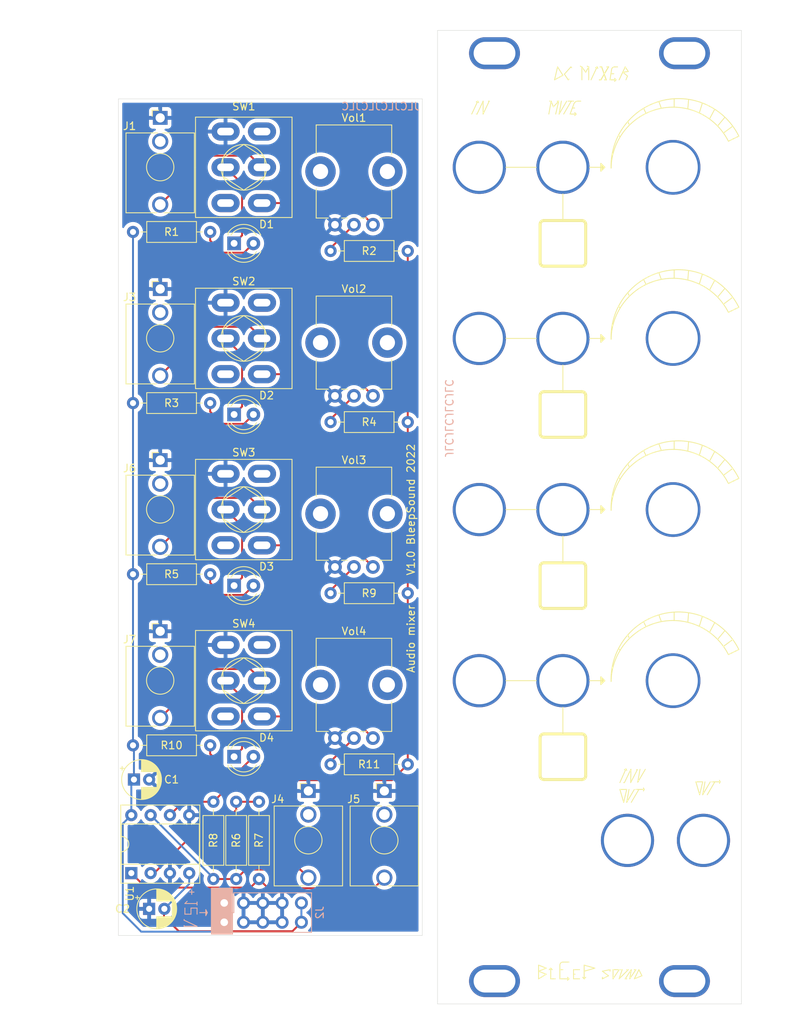
<source format=kicad_pcb>
(kicad_pcb (version 20211014) (generator pcbnew)
  (layers (0 "F.Cu" signal) (31 "B.Cu" signal) (34 "B.Paste" user) (35 "F.Paste" user) (36 "B.SilkS" user "B.Silkscreen") (37 "F.SilkS" user "F.Silkscreen") (38 "B.Mask" user) (39 "F.Mask" user) (44 "Edge.Cuts" user))
  (net 0 "")
  (net 1 "GND")
  (net 2 "+12V")
  (net 3 "-12V")
  (net 4 "Net-(D3-Pad1)")
  (net 5 "Net-(D3-Pad2)")
  (net 6 "Net-(J4-PadT)")
  (net 7 "Net-(J7-PadT)")
  (net 9 "Net-(R11-Pad1)")
  (net 10 "Net-(R2-Pad2)")
  (net 11 "Net-(R4-Pad2)")
  (net 13 "Net-(R6-Pad1)")
  (net 14 "Net-(R9-Pad2)")
  (net 15 "Net-(R11-Pad2)")
  (net 16 "Net-(D1-Pad1)")
  (net 17 "Net-(D1-Pad2)")
  (net 18 "Net-(D2-Pad1)")
  (net 19 "Net-(D2-Pad2)")
  (net 20 "Net-(D4-Pad1)")
  (net 21 "Net-(J1-PadT)")
  (net 22 "Net-(J3-PadT)")
  (net 23 "Net-(J5-PadT)")
  (net 25 "Net-(J6-PadT)")
  (net 28 "Net-(D4-Pad2)")
  (net 31 "Net-(SW1-Pad6)")
  (net 35 "Net-(SW2-Pad6)")
  (net 38 "Net-(SW3-Pad6)")
  (net 41 "Net-(SW4-Pad6)")
  (footprint "Synth:Pot-bourns-alpha" (layer "F.Cu") (at 63.5 92.55 90)
    (fp_text reference "Vol3")
    (fp_text value "10k")
  )
  (footprint "Synth:Pot-bourns-alpha" (layer "F.Cu") (at 63.5 115.05 90)
    (fp_text reference "Vol4")
    (fp_text value "10k")
  )
  (footprint "Capacitor_THT:CP_Radial_D5.0mm_P2.00mm" (layer "F.Cu") (at 32.044888 120.5)
    (fp_text reference "C1")
    (fp_text value "10µ")
  )
  (footprint "Synth:SW_DPDT_Toggle" (layer "F.Cu") (at 46.5 107.5 90)
    (fp_text reference "SW4")
    (fp_text value "Mute")
  )
  (footprint "Resistor_THT:R_Axial_DIN0207_L6.3mm_D2.5mm_P10.16mm_Horizontal" (layer "F.Cu") (at 42.5 133.58 90)
    (fp_text reference "R8")
    (fp_text value "100k")
  )
  (footprint "LED_THT:LED_D4.0mm" (layer "F.Cu") (at 45.225 72.5)
    (fp_text reference "D2")
    (fp_text value "LED-mute")
  )
  (footprint "Resistor_THT:R_Axial_DIN0207_L6.3mm_D2.5mm_P10.16mm_Horizontal" (layer "F.Cu") (at 68.08 118.5 180)
    (fp_text reference "R11")
    (fp_text value "100k")
  )
  (footprint "Resistor_THT:R_Axial_DIN0207_L6.3mm_D2.5mm_P10.16mm_Horizontal" (layer "F.Cu") (at 68.08 96 180)
    (fp_text reference "R9")
    (fp_text value "100k")
  )
  (footprint "Synth:Pot-bourns-alpha" (layer "F.Cu") (at 63.5 70.05 90)
    (fp_text reference "Vol2")
    (fp_text value "10k")
  )
  (footprint "Synth:Doepfer Mounting hole" (layer "F.Cu") (at 79.5 147)
    (fp_text reference "H1" hide)
    (fp_text value "MountingHole")
  )
  (footprint "Resistor_THT:R_Axial_DIN0207_L6.3mm_D2.5mm_P10.16mm_Horizontal" (layer "F.Cu") (at 31.92 48.5)
    (fp_text reference "R1")
    (fp_text value "4.7k")
  )
  (footprint "Synth:Doepfer Mounting hole" (layer "F.Cu") (at 79.5 25)
    (fp_text reference "H4" hide)
    (fp_text value "MountingHole")
  )
  (footprint "Resistor_THT:R_Axial_DIN0207_L6.3mm_D2.5mm_P10.16mm_Horizontal" (layer "F.Cu") (at 31.92 116)
    (fp_text reference "R10")
    (fp_text value "4.7k")
  )
  (footprint "LED_THT:LED_D4.0mm" (layer "F.Cu") (at 45.225 95)
    (fp_text reference "D3")
    (fp_text value "LED-mute")
  )
  (footprint "Synth:Thonkiconn" (layer "F.Cu") (at 55 122)
    (fp_text reference "J4")
    (fp_text value "InvOut")
  )
  (footprint "Resistor_THT:R_Axial_DIN0207_L6.3mm_D2.5mm_P10.16mm_Horizontal" (layer "F.Cu") (at 31.92 71)
    (fp_text reference "R3")
    (fp_text value "4.7k")
  )
  (footprint "Synth:Thonkiconn" (layer "F.Cu") (at 35.5 101)
    (fp_text reference "J7")
    (fp_text value "In")
  )
  (footprint "Resistor_THT:R_Axial_DIN0207_L6.3mm_D2.5mm_P10.16mm_Horizontal" (layer "F.Cu") (at 48.5 133.58 90)
    (fp_text reference "R7")
    (fp_text value "10k")
  )
  (footprint "Synth:SW_DPDT_Toggle" (layer "F.Cu") (at 46.5 40 90)
    (fp_text reference "SW1")
    (fp_text value "Mute")
  )
  (footprint "Synth:Pot-bourns-alpha" (layer "F.Cu") (at 63.5 47.55 90)
    (fp_text reference "Vol1")
    (fp_text value "10k")
  )
  (footprint "Resistor_THT:R_Axial_DIN0207_L6.3mm_D2.5mm_P10.16mm_Horizontal" (layer "F.Cu") (at 31.92 93.5)
    (fp_text reference "R5")
    (fp_text value "4.7k")
  )
  (footprint "LED_THT:LED_D4.0mm" (layer "F.Cu") (at 45.225 117.5)
    (fp_text reference "D4")
    (fp_text value "LED-mute")
  )
  (footprint "Synth:Doepfer Mounting hole" (layer "F.Cu") (at 104.5 147)
    (fp_text reference "H3" hide)
    (fp_text value "MountingHole")
  )
  (footprint "Resistor_THT:R_Axial_DIN0207_L6.3mm_D2.5mm_P10.16mm_Horizontal" (layer "F.Cu") (at 68.08 73.5 180)
    (fp_text reference "R4")
    (fp_text value "100k")
  )
  (footprint "Resistor_THT:R_Axial_DIN0207_L6.3mm_D2.5mm_P10.16mm_Horizontal" (layer "F.Cu") (at 68.08 51 180)
    (fp_text reference "R2")
    (fp_text value "100k")
  )
  (footprint "Synth:Thonkiconn" (layer "F.Cu") (at 35.5 56)
    (fp_text reference "J3")
    (fp_text value "In")
  )
  (footprint "Synth:SW_DPDT_Toggle" (layer "F.Cu") (at 46.5 85 90)
    (fp_text reference "SW3")
    (fp_text value "Mute")
  )
  (footprint "Synth:SW_DPDT_Toggle" (layer "F.Cu") (at 46.5 62.5 90)
    (fp_text reference "SW2")
    (fp_text value "Mute")
  )
  (footprint "Synth:Thonkiconn" (layer "F.Cu") (at 35.5 33.5)
    (fp_text reference "J1")
    (fp_text value "In")
  )
  (footprint "Resistor_THT:R_Axial_DIN0207_L6.3mm_D2.5mm_P10.16mm_Horizontal" (layer "F.Cu") (at 45.5 123.42 -90)
    (fp_text reference "R6")
    (fp_text value "10k")
  )
  (footprint "LED_THT:LED_D4.0mm" (layer "F.Cu") (at 45.225 50)
    (fp_text reference "D1")
    (fp_text value "LED-mute")
  )
  (footprint "Synth:Doepfer Mounting hole" (layer "F.Cu") (at 104.5 25)
    (fp_text reference "H2" hide)
    (fp_text value "MountingHole")
  )
  (footprint "Capacitor_THT:CP_Radial_D5.0mm_P2.00mm" (layer "F.Cu") (at 34.044888 137.5)
    (fp_text reference "C2")
    (fp_text value "10µ")
  )
  (footprint "Synth:Thonkiconn" (layer "F.Cu") (at 35.5 78.5)
    (fp_text reference "J6")
    (fp_text value "In")
  )
  (footprint "Package_DIP:DIP-8_W7.62mm_Socket" (layer "F.Cu") (at 31.7 132.8 90)
    (fp_text reference "U1")
    (fp_text value "TL072")
  )
  (footprint "Synth:Thonkiconn" (layer "F.Cu") (at 65 122)
    (fp_text reference "J5")
    (fp_text value "Out")
  )
  (footprint "Connector_PinHeader_2.54mm:PinHeader_2x05_P2.54mm_Vertical" (layer "B.Cu") (at 43.925 136.725 -90)
    (fp_text reference "J2")
    (fp_text value "Power Input")
  )
  (gr_line (start 38.65 139.8) (end 40.35 139.8) (layer "B.SilkS") (width 0.12))
  (gr_line (start 40.35 138.2) (end 40.35 137.4) (layer "B.SilkS") (width 0.12))
  (gr_line (start 39.55 138.2) (end 38.75 138.2) (layer "B.SilkS") (width 0.12))
  (gr_line (start 40.35 139.8) (end 38.65 139) (layer "B.SilkS") (width 0.12))
  (gr_line (start 38.75 138.2) (end 38.75 137.4) (layer "B.SilkS") (width 0.12))
  (gr_line (start 40.35 136.8) (end 40.35 136.6) (layer "B.SilkS") (width 0.12))
  (gr_line (start 39.55 137.4) (end 39.55 138.2) (layer "B.SilkS") (width 0.12))
  (gr_line (start 39.65 135.6) (end 39.65 135) (layer "B.SilkS") (width 0.12))
  (gr_line (start 38.65 139.7) (end 38.65 139.8) (layer "B.SilkS") (width 0.12))
  (gr_poly (pts (xy 41.7 138) (xy 41.5 137.6) (xy 41.5 138.4)) (layer "B.SilkS") (width 0.12) (fill solid))
  (gr_line (start 40.35 137.4) (end 39.55 137.4) (layer "B.SilkS") (width 0.12))
  (gr_line (start 38.75 136.8) (end 39.05 136.5) (layer "B.SilkS") (width 0.12))
  (gr_line (start 38.65 138.9) (end 38.65 139) (layer "B.SilkS") (width 0.12))
  (gr_line (start 39.95 135.3) (end 39.35 135.3) (layer "B.SilkS") (width 0.12))
  (gr_line (start 40.7 138) (end 41.7 138) (layer "B.SilkS") (width 0.12))
  (gr_poly (pts (xy 45 134.8) (xy 45 140.8) (xy 42.25 140.8) (xy 42.25 134.8)) (layer "B.SilkS") (width 0.15) (fill solid))
  (gr_line (start 40.35 136.8) (end 38.75 136.8) (layer "B.SilkS") (width 0.12))
  (gr_line (start 40.35 137) (end 40.35 136.8) (layer "B.SilkS") (width 0.12))
  (gr_line (start 86.9 145.3) (end 86.9 146.7) (layer "F.SilkS") (width 0.12))
  (gr_line (start 88.1 146.7) (end 89.3 146.7) (layer "F.SilkS") (width 0.12))
  (gr_line (start 85.3 146.7) (end 86.3 146.1) (layer "F.SilkS") (width 0.12))
  (gr_line (start 86.3 146.1) (end 85.3 145.7) (layer "F.SilkS") (width 0.12))
  (gr_line (start 86.9 146.7) (end 87.5 146.7) (layer "F.SilkS") (width 0.12))
  (gr_line (start 88.5 144.5) (end 89.3 144.5) (layer "F.SilkS") (width 0.12))
  (gr_line (start 89.9 146.7) (end 90.7 146.7) (layer "F.SilkS") (width 0.12))
  (gr_line (start 91.3 144.9) (end 92.7 145.3) (layer "F.SilkS") (width 0.12))
  (gr_line (start 88.1 144.9) (end 88.1 146.7) (layer "F.SilkS") (width 0.12))
  (gr_line (start 88.1 145.5) (end 88.5 145.5) (layer "F.SilkS") (width 0.12))
  (gr_line (start 89.9 145.5) (end 89.9 146.7) (layer "F.SilkS") (width 0.12))
  (gr_line (start 91.1 146.5) (end 91.3 146.7) (layer "F.SilkS") (width 0.12))
  (gr_line (start 89.9 145.5) (end 90.7 145.5) (layer "F.SilkS") (width 0.12))
  (gr_line (start 91.3 146.7) (end 91.3 146.5) (layer "F.SilkS") (width 0.12))
  (gr_line (start 91.3 144.9) (end 91.3 146.7) (layer "F.SilkS") (width 0.12))
  (gr_line (start 92.7 145.3) (end 91.3 145.7) (layer "F.SilkS") (width 0.12))
  (gr_line (start 89.9 146.1) (end 90.1 146.1) (layer "F.SilkS") (width 0.12))
  (gr_line (start 85.3 145.7) (end 86.3 145.3) (layer "F.SilkS") (width 0.12))
  (gr_line (start 91.3 146.7) (end 91.5 146.5) (layer "F.SilkS") (width 0.12))
  (gr_line (start 85.3 144.9) (end 85.3 146.7) (layer "F.SilkS") (width 0.12))
  (gr_line (start 86.3 145.3) (end 85.3 144.9) (layer "F.SilkS") (width 0.12))
  (gr_line (start 98.1 145.5) (end 97.9 145.5) (layer "F.SilkS") (width 0.12))
  (gr_line (start 93.7 146.7) (end 93.7 146.5) (layer "F.SilkS") (width 0.12))
  (gr_line (start 95.1 145.5) (end 95.1 146.7) (layer "F.SilkS") (width 0.12))
  (gr_line (start 96.3 145.5) (end 95.9 146.7) (layer "F.SilkS") (width 0.12))
  (gr_line (start 95.9 146.7) (end 97.1 145.5) (layer "F.SilkS") (width 0.12))
  (gr_line (start 98.5 145.5) (end 97.9 146.7) (layer "F.SilkS") (width 0.12))
  (gr_line (start 98.5 145.5) (end 98.9 146.3) (layer "F.SilkS") (width 0.12))
  (gr_line (start 94.7 145.5) (end 94.7 145.7) (layer "F.SilkS") (width 0.12))
  (gr_line (start 86.9 145.3) (end 86.7 145.5) (layer "F.SilkS") (width 0.12))
  (gr_line (start 86.9 145.3) (end 87.1 145.5) (layer "F.SilkS") (width 0.12))
  (gr_line (start 97.5 145.5) (end 97.3 146.7) (layer "F.SilkS") (width 0.12))
  (gr_arc (start 88.1 144.9) (mid 88.217157 144.617157) (end 88.5 144.5) (layer "F.SilkS") (width 0.12))
  (gr_line (start 94.5 146.3) (end 93.7 146.7) (layer "F.SilkS") (width 0.12))
  (gr_line (start 89.3 146.7) (end 89.1 146.5) (layer "F.SilkS") (width 0.12))
  (gr_line (start 89.3 146.7) (end 89.1 146.9) (layer "F.SilkS") (width 0.12))
  (gr_line (start 93.7 145.7) (end 94.5 146.3) (layer "F.SilkS") (width 0.12))
  (gr_line (start 95.9 145.5) (end 95.1 145.5) (layer "F.SilkS") (width 0.12))
  (gr_line (start 97.3 146.7) (end 98.1 145.5) (layer "F.SilkS") (width 0.12))
  (gr_line (start 97.5 145.5) (end 96.7 146.7) (layer "F.SilkS") (width 0.12))
  (gr_line (start 96.3 145.5) (end 96.1 145.5) (layer "F.SilkS") (width 0.12))
  (gr_line (start 96.7 146.7) (end 96.9 146.7) (layer "F.SilkS") (width 0.12))
  (gr_line (start 97.1 145.5) (end 96.9 145.5) (layer "F.SilkS") (width 0.12))
  (gr_line (start 95.1 146.7) (end 95.9 145.5) (layer "F.SilkS") (width 0.12))
  (gr_line (start 97.9 146.7) (end 98.9 146.3) (layer "F.SilkS") (width 0.12))
  (gr_line (start 94.7 145.5) (end 93.7 145.7) (layer "F.SilkS") (width 0.12))
  (gr_line (start 88.5 43.5) (end 88.5 47) (layer "F.SilkS") (width 0.12))
  (gr_line (start 108.1 120.8) (end 108.8 120.8) (layer "F.SilkS") (width 0.12))
  (gr_line (start 106.5 122.5) (end 106 120.8) (layer "F.SilkS") (width 0.12))
  (gr_line (start 106 120.8) (end 106.9 120.8) (layer "F.SilkS") (width 0.12))
  (gr_line (start 107.2 120.8) (end 106.9 122.5) (layer "F.SilkS") (width 0.12))
  (gr_line (start 106.9 122.5) (end 107.9 120.8) (layer "F.SilkS") (width 0.12))
  (gr_line (start 106.9 120.8) (end 106.5 122.5) (layer "F.SilkS") (width 0.12))
  (gr_line (start 108.5 120.8) (end 107.5 122.5) (layer "F.SilkS") (width 0.12))
  (gr_line (start 77.3 31.3) (end 77.1 31.4) (layer "F.SilkS") (width 0.12))
  (gr_line (start 77.2 33) (end 78 31.3) (layer "F.SilkS") (width 0.12))
  (gr_line (start 77.2 33) (end 77.1 33) (layer "F.SilkS") (width 0.12))
  (gr_line (start 78 31.3) (end 78 33) (layer "F.SilkS") (width 0.12))
  (gr_line (start 77.3 31.3) (end 77.4 31.5) (layer "F.SilkS") (width 0.12))
  (gr_line (start 78 33) (end 78.8 31.3) (layer "F.SilkS") (width 0.12))
  (gr_line (start 76.5 33) (end 77.3 31.3) (layer "F.SilkS") (width 0.12))
  (gr_line (start 78.8 31.3) (end 78.7 31.3) (layer "F.SilkS") (width 0.12))
  (gr_line (start 106.455151 32.854115) (end 106.841985 31.599148) (layer "F.SilkS") (width 0.12))
  (gr_arc (start 94.841985 107.599148) (mid 101.181462 99.795826) (end 110.281985 104.069148) (layer "F.SilkS") (width 0.12))
  (gr_line (start 109.2 120.8) (end 109.1 121) (layer "F.SilkS") (width 0.12))
  (gr_line (start 103.141985 99.599148) (end 103.141985 98.499148) (layer "F.SilkS") (width 0.12))
  (gr_line (start 95.841985 103.299148) (end 96.041985 103.499148) (layer "F.SilkS") (width 0.12))
  (gr_line (start 96.9 121.8) (end 96.5 123.5) (layer "F.SilkS") (width 0.12))
  (gr_line (start 81 107.5) (end 85 107.5) (layer "F.SilkS") (width 0.12))
  (gr_arc (start 94.841985 85.099148) (mid 101.181462 77.295826) (end 110.281985 81.569148) (layer "F.SilkS") (width 0.12))
  (gr_line (start 103.141985 32.099148) (end 103.141985 30.999148) (layer "F.SilkS") (width 0.12))
  (gr_line (start 106.455151 77.854115) (end 106.841985 76.599148) (layer "F.SilkS") (width 0.12))
  (gr_line (start 104.941985 54.799148) (end 105.041985 53.599148) (layer "F.SilkS") (width 0.12))
  (gr_line (start 98.3 119.2) (end 97.425 120.9) (layer "F.SilkS") (width 0.12))
  (gr_line (start 104.941985 99.799148) (end 105.041985 98.599148) (layer "F.SilkS") (width 0.12))
  (gr_line (start 85.5 47.5) (end 85.5 52.5) (layer "F.SilkS") (width 0.4))
  (gr_line (start 96.5 123.5) (end 96 121.8) (layer "F.SilkS") (width 0.12))
  (gr_line (start 88 33) (end 89 31.3) (layer "F.SilkS") (width 0.12))
  (gr_line (start 110.281985 104.069148) (end 111.655151 103.404115) (layer "F.SilkS") (width 0.12))
  (gr_arc (start 94.841985 40.099148) (mid 101.55885 31.229455) (end 111.655151 35.904115) (layer "F.SilkS") (width 0.12))
  (gr_line (start 96.7 26.8) (end 95.9 28.5) (layer "F.SilkS") (width 0.12))
  (gr_arc (start 91 47) (mid 91.353553 47.146447) (end 91.5 47.5) (layer "F.SilkS") (width 0.4))
  (gr_line (start 87.95 31.3) (end 87.25 32.05) (layer "F.SilkS") (width 0.12))
  (gr_line (start 97.1 27.4) (end 96.4 27.5) (layer "F.SilkS") (width 0.12))
  (gr_line (start 104.941985 77.299148) (end 105.041985 76.099148) (layer "F.SilkS") (width 0.12))
  (gr_line (start 96 121.8) (end 96.9 121.8) (layer "F.SilkS") (width 0.12))
  (gr_arc (start 91 92) (mid 91.353553 92.146447) (end 91.5 92.5) (layer "F.SilkS") (width 0.4))
  (gr_line (start 85.5 70) (end 85.5 75) (layer "F.SilkS") (width 0.4))
  (gr_poly (pts (xy 94 62.5) (xy 93.5 63) (xy 93.5 62)) (layer "F.SilkS") (width 0.15) (fill solid))
  (gr_line (start 91.5 47.5) (end 91.5 52.5) (layer "F.SilkS") (width 0.4))
  (gr_line (start 99.441985 55.399148) (end 99.141985 54.799148) (layer "F.SilkS") (width 0.12))
  (gr_line (start 89.55 26.8) (end 88.7 27.75) (layer "F.SilkS") (width 0.12))
  (gr_line (start 93 26.8) (end 93.1 27) (layer "F.SilkS") (width 0.12))
  (gr_arc (start 85.5 115) (mid 85.646447 114.646447) (end 86 114.5) (layer "F.SilkS") (width 0.4))
  (gr_line (start 98.8 121.8) (end 99.2 121.8) (layer "F.SilkS") (width 0.12))
  (gr_line (start 86 69.5) (end 91 69.5) (layer "F.SilkS") (width 0.4))
  (gr_line (start 87.95 31.3) (end 87.55 33) (layer "F.SilkS") (width 0.12))
  (gr_line (start 88.5 88.5) (end 88.5 92) (layer "F.SilkS") (width 0.12))
  (gr_line (start 86 114.5) (end 91 114.5) (layer "F.SilkS") (width 0.4))
  (gr_line (start 93 26.8) (end 92.8 26.9) (layer "F.SilkS") (width 0.12))
  (gr_line (start 94 107.5) (end 92 107.5) (layer "F.SilkS") (width 0.12))
  (gr_line (start 87.8 26.8) (end 87.4 28.5) (layer "F.SilkS") (width 0.12))
  (gr_line (start 87.95 31.3) (end 87.75 31.3) (layer "F.SilkS") (width 0.12))
  (gr_arc (start 86 53) (mid 85.646447 52.853553) (end 85.5 52.5) (layer "F.SilkS") (width 0.4))
  (gr_line (start 108.865151 79.564115) (end 109.805151 78.434115) (layer "F.SilkS") (width 0.12))
  (gr_line (start 91.5 70) (end 91.5 75) (layer "F.SilkS") (width 0.4))
  (gr_line (start 89.55 26.8) (end 89.65 26.9) (layer "F.SilkS") (width 0.12))
  (gr_line (start 91 26.8) (end 91 28.5) (layer "F.SilkS") (width 0.12))
  (gr_line (start 101.441985 54.699148) (end 101.141985 53.899148) (layer "F.SilkS") (width 0.12))
  (gr_arc (start 94.841985 40.099148) (mid 101.181462 32.295826) (end 110.281985 36.569148) (layer "F.SilkS") (width 0.12))
  (gr_line (start 103.141985 54.599148) (end 103.141985 53.499148) (layer "F.SilkS") (width 0.12))
  (gr_line (start 92.2 28.5) (end 93 26.8) (layer "F.SilkS") (width 0.12))
  (gr_line (start 87.25 32.05) (end 86.95 31.3) (layer "F.SilkS") (width 0.12))
  (gr_line (start 108.865151 57.064115) (end 109.805151 55.934115) (layer "F.SilkS") (width 0.12))
  (gr_line (start 91 98) (end 86 98) (layer "F.SilkS") (width 0.4))
  (gr_line (start 99.441985 100.399148) (end 99.141985 99.799148) (layer "F.SilkS") (width 0.12))
  (gr_line (start 107.791985 56.149148) (end 108.475151 54.874115) (layer "F.SilkS") (width 0.12))
  (gr_line (start 89.75 32.2) (end 90.05 32.2) (layer "F.SilkS") (width 0.12))
  (gr_line (start 90.25 33) (end 90.05 32.8) (layer "F.SilkS") (width 0.12))
  (gr_line (start 81 40) (end 85 40) (layer "F.SilkS") (width 0.12))
  (gr_arc (start 85.5 70) (mid 85.646447 69.646447) (end 86 69.5) (layer "F.SilkS") (width 0.4))
  (gr_line (start 96.8 119.1) (end 96.6 119.2) (layer "F.SilkS") (width 0.12))
  (gr_line (start 101.441985 32.199148) (end 101.141985 31.399148) (layer "F.SilkS") (width 0.12))
  (gr_line (start 90.25 33) (end 90.05 33.2) (layer "F.SilkS") (width 0.12))
  (gr_line (start 90.45 31.3) (end 90.85 31.3) (layer "F.SilkS") (width 0.12))
  (gr_line (start 110.281985 36.569148) (end 111.655151 35.904115) (layer "F.SilkS") (width 0.12))
  (gr_line (start 101.441985 99.699148) (end 101.141985 98.899148) (layer "F.SilkS") (width 0.12))
  (gr_line (start 86 92) (end 91 92) (layer "F.SilkS") (width 0.4))
  (gr_line (start 91.5 27.5) (end 91 26.8) (layer "F.SilkS") (width 0.12))
  (gr_line (start 98.5 121.8) (end 97.5 123.5) (layer "F.SilkS") (width 0.12))
  (gr_line (start 97.041985 101.499148) (end 97.241985 101.899148) (layer "F.SilkS") (width 0.12))
  (gr_poly (pts (xy 94 40) (xy 93.5 40.5) (xy 93.5 39.5)) (layer "F.SilkS") (width 0.15) (fill solid))
  (gr_line (start 109.2 120.8) (end 109.1 120.6) (layer "F.SilkS") (width 0.12))
  (gr_line (start 99.2 121.8) (end 99.1 122) (layer "F.SilkS") (width 0.12))
  (gr_line (start 91 120.5) (end 86 120.5) (layer "F.SilkS") (width 0.4))
  (gr_arc (start 94.841985 107.599148) (mid 101.55885 98.729455) (end 111.655151 103.404115) (layer "F.SilkS") (width 0.12))
  (gr_line (start 107.791985 78.649148) (end 108.475151 77.374115) (layer "F.SilkS") (width 0.12))
  (gr_line (start 85.5 115) (end 85.5 120) (layer "F.SilkS") (width 0.4))
  (gr_line (start 94 40) (end 92 40) (layer "F.SilkS") (width 0.12))
  (gr_arc (start 91.5 97.5) (mid 91.353553 97.853553) (end 91 98) (layer "F.SilkS") (width 0.4))
  (gr_arc (start 85.5 92.5) (mid 85.646447 92.146447) (end 86 92) (layer "F.SilkS") (width 0.4))
  (gr_line (start 99.2 121.8) (end 99.1 121.6) (layer "F.SilkS") (width 0.12))
  (gr_line (start 97.45 119.15) (end 97.425 120.9) (layer "F.SilkS") (width 0.12))
  (gr_arc (start 86 75.5) (mid 85.646447 75.353553) (end 85.5 75) (layer "F.SilkS") (width 0.4))
  (gr_line (start 97.45 119.15) (end 96.6 120.9) (layer "F.SilkS") (width 0.12))
  (gr_line (start 107.791985 101.149148) (end 108.475151 99.874115) (layer "F.SilkS") (width 0.12))
  (gr_line (start 94.5 26.8) (end 94.3 26.8) (layer "F.SilkS") (width 0.15))
  (gr_line (start 89.95 31.65) (end 89.45 33) (layer "F.SilkS") (width 0.12))
  (gr_line (start 88.3 31.3) (end 88 33) (layer "F.SilkS") (width 0.12))
  (gr_arc (start 91.5 120) (mid 91.353553 120.353553) (end 91 120.5) (layer "F.SilkS") (width 0.4))
  (gr_line (start 86.95 31.3) (end 86.65 33) (layer "F.SilkS") (width 0.12))
  (gr_arc (start 86 98) (mid 85.646447 97.853553) (end 85.5 97.5) (layer "F.SilkS") (width 0.4))
  (gr_line (start 96.6 120.9) (end 96.5 120.9) (layer "F.SilkS") (width 0.12))
  (gr_line (start 93.6 26.8) (end 94.2 28.5) (layer "F.SilkS") (width 0.15))
  (gr_arc (start 89.95 31.65) (mid 90.147762 31.400375) (end 90.45 31.3) (layer "F.SilkS") (width 0.12))
  (gr_line (start 97.041985 56.499148) (end 97.241985 56.899148) (layer "F.SilkS") (width 0.12))
  (gr_line (start 81 85) (end 85 85) (layer "F.SilkS") (width 0.12))
  (gr_line (start 106.455151 100.354115) (end 106.841985 99.099148) (layer "F.SilkS") (width 0.12))
  (gr_poly (pts (xy 94 85) (xy 93.5 85.5) (xy 93.5 84.5)) (layer "F.SilkS") (width 0.15) (fill solid))
  (gr_arc (start 94.841985 85.099148) (mid 101.55885 76.229455) (end 111.655151 80.904115) (layer "F.SilkS") (width 0.12))
  (gr_line (start 94.9 27.2) (end 94.7 28.5) (layer "F.SilkS") (width 0.12))
  (gr_line (start 107.791985 33.649148) (end 108.475151 32.374115) (layer "F.SilkS") (width 0.12))
  (gr_line (start 96 120.9) (end 96.8 119.1) (layer "F.SilkS") (width 0.12))
  (gr_arc (start 85.5 47.5) (mid 85.646447 47.146447) (end 86 47) (layer "F.SilkS") (width 0.4))
  (gr_line (start 97.041985 78.999148) (end 97.241985 79.399148) (layer "F.SilkS") (width 0.12))
  (gr_line (start 108.865151 102.064115) (end 109.805151 100.934115) (layer "F.SilkS") (width 0.12))
  (gr_arc (start 86 120.5) (mid 85.646447 120.353553) (end 85.5 120) (layer "F.SilkS") (width 0.4))
  (gr_line (start 98.1 121.8) (end 98.8 121.8) (layer "F.SilkS") (width 0.12))
  (gr_line (start 89.2 31.3) (end 89.9 31.3) (layer "F.SilkS") (width 0.12))
  (gr_arc (start 91 69.5) (mid 91.353553 69.646447) (end 91.5 70) (layer "F.SilkS") (width 0.4))
  (gr_line (start 96.4 27.5) (end 97 28) (layer "F.SilkS") (width 0.12))
  (gr_line (start 89.2 28.5) (end 89.3 28.4) (layer "F.SilkS") (width 0.12))
  (gr_line (start 94.9 27.7) (end 95.2 27.7) (layer "F.SilkS") (width 0.12))
  (gr_line (start 109.625151 35.494115) (end 110.841985 34.599148) (layer "F.SilkS") (width 0.12))
  (gr_line (start 96.9 123.5) (end 97.9 121.8) (layer "F.SilkS") (width 0.12))
  (gr_line (start 106.455151 55.354115) (end 106.841985 54.099148) (layer "F.SilkS") (width 0.12))
  (gr_line (start 101.441985 77.199148) (end 101.141985 76.399148) (layer "F.SilkS") (width 0.12))
  (gr_line (start 95.841985 58.299148) (end 96.041985 58.499148) (layer "F.SilkS") (width 0.12))
  (gr_line (start 94 85) (end 92 85) (layer "F.SilkS") (width 0.12))
  (gr_line (start 85.5 92.5) (end 85.5 97.5) (layer "F.SilkS") (width 0.4))
  (gr_arc (start 94.9 27.2) (mid 95.017157 26.917157) (end 95.3 26.8) (layer "F.SilkS") (width 0.12))
  (gr_line (start 88.5 66) (end 88.5 69.5) (layer "F.SilkS") (width 0.12))
  (gr_line (start 94 62.5) (end 92 62.5) (layer "F.SilkS") (width 0.12))
  (gr_line (start 91.9 26.8) (end 91.5 27.5) (layer "F.SilkS") (width 0.12))
  (gr_line (start 91 26.8) (end 90.8 26.7) (layer "F.SilkS") (width 0.12))
  (gr_line (start 81 62.5) (end 85 62.5) (layer "F.SilkS") (width 0.12))
  (gr_line (start 93.6 26.8) (end 93.4 26.8) (layer "F.SilkS") (width 0.15))
  (gr_line (start 104.941985 32.299148) (end 105.041985 31.099148) (layer "F.SilkS") (width 0.12))
  (gr_line (start 95.3 26.8) (end 95.7 26.8) (layer "F.SilkS") (width 0.12))
  (gr_poly (pts (xy 94 107.5) (xy 93.5 108) (xy 93.5 107)) (layer "F.SilkS") (width 0.15) (fill solid))
  (gr_line (start 109.625151 80.494115) (end 110.841985 79.599148) (layer "F.SilkS") (width 0.12))
  (gr_line (start 108.8 120.8) (end 109.2 120.8) (layer "F.SilkS") (width 0.12))
  (gr_line (start 99.441985 77.899148) (end 99.141985 77.299148) (layer "F.SilkS") (width 0.12))
  (gr_line (start 98.65 119.15) (end 98.35 120.85) (layer "F.SilkS") (width 0.12))
  (gr_arc (start 94.841985 62.599148) (mid 101.181462 54.795826) (end 110.281985 59.069148) (layer "F.SilkS") (width 0.12))
  (gr_line (start 91 75.5) (end 86 75.5) (layer "F.SilkS") (width 0.4))
  (gr_line (start 95.5 28.5) (end 95.3 28.7) (layer "F.SilkS") (width 0.12))
  (gr_line (start 91.9 26.8) (end 91.9 28.5) (layer "F.SilkS") (width 0.12))
  (gr_line (start 110.281985 59.069148) (end 111.655151 58.404115) (layer "F.SilkS") (width 0.12))
  (gr_line (start 86 47) (end 91 47) (layer "F.SilkS") (width 0.4))
  (gr_line (start 108.865151 34.564115) (end 109.805151 33.434115) (layer "F.SilkS") (width 0.12))
  (gr_line (start 91.5 115) (end 91.5 120) (layer "F.SilkS") (width 0.4))
  (gr_line (start 86.95 31.3) (end 86.75 31.3) (layer "F.SilkS") (width 0.12))
  (gr_line (start 94.2 28.5) (end 94 28.5) (layer "F.SilkS") (width 0.15))
  (gr_arc (start 91 114.5) (mid 91.353553 114.646447) (end 91.5 115) (layer "F.SilkS") (width 0.4))
  (gr_arc (start 91.5 75) (mid 91.353553 75.353553) (end 91 75.5) (layer "F.SilkS") (width 0.4))
  (gr_line (start 98.35 120.85) (end 99.35 119.15) (layer "F.SilkS") (width 0.12))
  (gr_line (start 109.625151 57.994115) (end 110.841985 57.099148) (layer "F.SilkS") (width 0.12))
  (gr_line (start 93.5 28.5) (end 94.5 26.8) (layer "F.SilkS") (width 0.15))
  (gr_line (start 88.5 27.9) (end 87.8 26.8) (layer "F.SilkS") (width 0.12))
  (gr_line (start 97.2 121.8) (end 96.9 123.5) (layer "F.SilkS") (width 0.12))
  (gr_arc (start 91.5 52.5) (mid 91.353553 52.853553) (end 91 53) (layer "F.SilkS") (width 0.4))
  (gr_line (start 109.625151 102.994115) (end 110.841985 102.099148) (layer "F.SilkS") (width 0.12))
  (gr_line (start 94.7 28.5) (end 95.4 28.5) (layer "F.SilkS") (width 0.12))
  (gr_line (start 88.7 27.75) (end 89.2 28.5) (layer "F.SilkS") (width 0.12))
  (gr_arc (start 94.841985 62.599148) (mid 101.55885 53.729455) (end 111.655151 58.404115) (layer "F.SilkS") (width 0.12))
  (gr_line (start 97 28) (end 96.8 28.5) (layer "F.SilkS") (width 0.12))
  (gr_line (start 87.4 28.5) (end 88.5 27.9) (layer "F.SilkS") (width 0.12))
  (gr_line (start 96.7 26.8) (end 97.1 27.4) (layer "F.SilkS") (width 0.12))
  (gr_line (start 98.3 119.2) (end 98.2 119.2) (layer "F.SilkS") (width 0.12))
  (gr_line (start 95.841985 35.799148) (end 96.041985 35.999148) (layer "F.SilkS") (width 0.12))
  (gr_line (start 95.841985 80.799148) (end 96.041985 80.999148) (layer "F.SilkS") (width 0.12))
  (gr_line (start 110.281985 81.569148) (end 111.655151 80.904115) (layer "F.SilkS") (width 0.12))
  (gr_line (start 88.5 111) (end 88.5 114.5) (layer "F.SilkS") (width 0.12))
  (gr_line (start 89.45 33) (end 90.15 33) (layer "F.SilkS") (width 0.12))
  (gr_line (start 97.041985 33.999148) (end 97.241985 34.399148) (layer "F.SilkS") (width 0.12))
  (gr_line (start 91.5 92.5) (end 91.5 97.5) (layer "F.SilkS") (width 0.4))
  (gr_line (start 91 53) (end 86 53) (layer "F.SilkS") (width 0.4))
  (gr_line (start 96.8 119.1) (end 96.9 119.3) (layer "F.SilkS") (width 0.12))
  (gr_line (start 95.5 28.5) (end 95.3 28.3) (layer "F.SilkS") (width 0.12))
  (gr_line (start 93.5 28.5) (end 93.3 28.5) (layer "F.SilkS") (width 0.15))
  (gr_line (start 99.441985 32.899148) (end 99.141985 32.299148) (layer "F.SilkS") (width 0.12))
  (gr_line (start 89.6 31.3) (end 88.6 33) (layer "F.SilkS") (width 0.12))
  (gr_line (start 103.141985 77.099148) (end 103.141985 75.999148) (layer "F.SilkS") (width 0.12))
  (gr_line (start 91.9 26.8) (end 91.7 26.7) (layer "F.SilkS") (width 0.12))
  (gr_line (start 69.999999 31) (end 70 141) (layer "Edge.Cuts") (width 0.05))
  (gr_line (start 30 31) (end 30 141) (layer "Edge.Cuts") (width 0.05))
  (gr_line (start 72 22) (end 72 150) (layer "Edge.Cuts") (width 0.05))
  (gr_line (start 72 22) (end 112 22) (layer "Edge.Cuts") (width 0.05))
  (gr_line (start 112 22) (end 112 150) (layer "Edge.Cuts") (width 0.05))
  (gr_line (start 112 150) (end 72 150) (layer "Edge.Cuts") (width 0.05))
  (gr_line (start 30 31) (end 69.999999 31) (layer "Edge.Cuts") (width 0.05))
  (gr_line (start 30 141) (end 70 141) (layer "Edge.Cuts") (width 0.05))
  (gr_text "JLCJLCJLCJLC\n" (at 64.5 32) (layer "B.SilkS") (effects (font (size 1 1)) (justify mirror)))
  (gr_text "JLCJLCJLCJLC\n" (at 73.5 73 -90) (layer "B.SilkS") (effects (font (size 1 1)) (justify mirror)))
  (gr_text "Audio mixer\n" (at 68.5 102 90) (layer "F.SilkS") (effects (font (size 1 1))))
  (gr_text "V1.0 BleepSound 2022\n" (at 68.5 85 90) (layer "F.SilkS") (effects (font (size 1 1))))
  (via (at 107 128.5) (size 7) (drill 6.2) (layers "F.Cu" "B.Cu") (net 0))
  (via (at 103 107.5) (size 7.2) (drill 6.5) (layers "F.Cu" "B.Cu") (net 0))
  (via (at 77.5 62.5) (size 7) (drill 6.2) (layers "F.Cu" "B.Cu") (net 0))
  (via (at 97 128.5) (size 7) (drill 6.2) (layers "F.Cu" "B.Cu") (net 0))
  (via (at 103 85) (size 7.2) (drill 6.5) (layers "F.Cu" "B.Cu") (net 0))
  (via (at 77.5 107.5) (size 7) (drill 6.2) (layers "F.Cu" "B.Cu") (net 0))
  (via (at 77.5 85) (size 7) (drill 6.2) (layers "F.Cu" "B.Cu") (net 0))
  (via (at 88.5 107.5) (size 7) (drill 6.2) (layers "F.Cu" "B.Cu") (net 0))
  (via (at 88.5 62.5) (size 7) (drill 6.2) (layers "F.Cu" "B.Cu") (net 0))
  (via (at 103 40) (size 7.2) (drill 6.5) (layers "F.Cu" "B.Cu") (net 0))
  (via (at 88.5 40) (size 7) (drill 6.2) (layers "F.Cu" "B.Cu") (net 0))
  (via (at 77.5 40) (size 7) (drill 6.2) (layers "F.Cu" "B.Cu") (net 0))
  (via (at 103 62.5) (size 7.2) (drill 6.5) (layers "F.Cu" "B.Cu") (net 0))
  (via (at 88.5 85) (size 7) (drill 6.2) (layers "F.Cu" "B.Cu") (net 0))
  (segment (start 32.044888 120.5) (end 32.044888 116.124888) (width 0.25) (layer "B.Cu") (net 2))
  (segment (start 32.044888 116.124888) (end 31.92 116) (width 0.25) (layer "B.Cu") (net 2))
  (segment (start 31.7 125.18) (end 31.7 120.844888) (width 0.25) (layer "B.Cu") (net 2))
  (segment (start 42.69 140.5) (end 33 140.5) (width 0.25) (layer "B.Cu") (net 2))
  (segment (start 43.925 139.265) (end 42.69 140.5) (width 0.25) (layer "B.Cu") (net 2))
  (segment (start 30.575489 138.075489) (end 30.575489 126.304511) (width 0.25) (layer "B.Cu") (net 2))
  (segment (start 33 140.5) (end 30.575489 138.075489) (width 0.25) (layer "B.Cu") (net 2))
  (segment (start 31.92 71) (end 31.92 48.5) (width 0.25) (layer "B.Cu") (net 2))
  (segment (start 31.92 116) (end 31.92 93.5) (width 0.25) (layer "B.Cu") (net 2))
  (segment (start 30.575489 126.304511) (end 31.7 125.18) (width 0.25) (layer "B.Cu") (net 2))
  (segment (start 31.7 120.844888) (end 32.044888 120.5) (width 0.25) (layer "B.Cu") (net 2))
  (segment (start 43.925 136.725) (end 43.925 139.265) (width 0.25) (layer "B.Cu") (net 2))
  (segment (start 31.92 93.5) (end 31.92 71) (width 0.25) (layer "B.Cu") (net 2))
  (segment (start 36 137.544888) (end 36.044888 137.5) (width 0.25) (layer "F.Cu") (net 3))
  (segment (start 36 138.5) (end 36 137.544888) (width 0.25) (layer "F.Cu") (net 3))
  (segment (start 37.939511 140.439511) (end 36 138.5) (width 0.25) (layer "F.Cu") (net 3))
  (segment (start 54.085 139.265) (end 52.910489 140.439511) (width 0.25) (layer "F.Cu") (net 3))
  (segment (start 52.910489 140.439511) (end 37.939511 140.439511) (width 0.25) (layer "F.Cu") (net 3))
  (segment (start 39.32 134.224888) (end 36.044888 137.5) (width 0.25) (layer "B.Cu") (net 3))
  (segment (start 54.085 136.725) (end 54.085 139.265) (width 0.25) (layer "B.Cu") (net 3))
  (segment (start 39.32 132.8) (end 39.32 134.224888) (width 0.25) (layer "B.Cu") (net 3))
  (segment (start 44.1 85) (end 46.27452 87.17452) (width 0.25) (layer "F.Cu") (net 4))
  (segment (start 46.27452 93.95048) (end 45.225 95) (width 0.25) (layer "F.Cu") (net 4))
  (segment (start 46.27452 87.17452) (end 46.27452 93.95048) (width 0.25) (layer "F.Cu") (net 4))
  (segment (start 42.08 94.63137) (end 43.673141 96.224511) (width 0.25) (layer "F.Cu") (net 5))
  (segment (start 43.673141 96.224511) (end 46.540489 96.224511) (width 0.25) (layer "F.Cu") (net 5))
  (segment (start 46.540489 96.224511) (end 47.765 95) (width 0.25) (layer "F.Cu") (net 5))
  (segment (start 42.08 93.5) (end 42.08 94.63137) (width 0.25) (layer "F.Cu") (net 5))
  (segment (start 46.745 132.335) (end 45.5 133.58) (width 0.25) (layer "F.Cu") (net 6))
  (segment (start 45.5 133.58) (end 42.5 133.58) (width 0.25) (layer "F.Cu") (net 6))
  (segment (start 55 133.4) (end 53.935 132.335) (width 0.25) (layer "F.Cu") (net 6))
  (segment (start 53.935 132.335) (end 46.745 132.335) (width 0.25) (layer "F.Cu") (net 6))
  (segment (start 34.24 125.18) (end 42.5 133.44) (width 0.25) (layer "B.Cu") (net 6))
  (segment (start 42.5 133.44) (end 42.5 133.58) (width 0.25) (layer "B.Cu") (net 6))
  (segment (start 47.37548 105.97548) (end 41.92452 105.97548) (width 0.25) (layer "F.Cu") (net 7))
  (segment (start 48.9 107.5) (end 47.37548 105.97548) (width 0.25) (layer "F.Cu") (net 7))
  (segment (start 41.92452 105.97548) (end 35.5 112.4) (width 0.25) (layer "F.Cu") (net 7))
  (segment (start 68.08 73.5) (end 68.08 96) (width 0.25) (layer "F.Cu") (net 9))
  (segment (start 68.08 118.5) (end 66 120.58) (width 0.25) (layer "F.Cu") (net 9))
  (segment (start 68.08 51) (end 68.08 73.5) (width 0.25) (layer "F.Cu") (net 9))
  (segment (start 68.08 96) (end 68.08 118.5) (width 0.25) (layer "F.Cu") (net 9))
  (segment (start 36.78 125.18) (end 38.54 123.42) (width 0.25) (layer "F.Cu") (net 9))
  (segment (start 38.54 123.42) (end 42.5 123.42) (width 0.25) (layer "F.Cu") (net 9))
  (segment (start 45.34 120.58) (end 42.5 123.42) (width 0.25) (layer "F.Cu") (net 9))
  (segment (start 66 120.58) (end 45.34 120.58) (width 0.25) (layer "F.Cu") (net 9))
  (segment (start 61 47.55) (end 57.92 50.63) (width 0.25) (layer "F.Cu") (net 10))
  (segment (start 57.92 50.63) (end 57.92 51) (width 0.25) (layer "F.Cu") (net 10))
  (segment (start 57.92 73.13) (end 57.92 73.5) (width 0.25) (layer "F.Cu") (net 11))
  (segment (start 61 70.05) (end 57.92 73.13) (width 0.25) (layer "F.Cu") (net 11))
  (segment (start 44 126) (end 45.5 124.5) (width 0.25) (layer "F.Cu") (net 13))
  (segment (start 45.5 124.5) (end 45.5 123.42) (width 0.25) (layer "F.Cu") (net 13))
  (segment (start 34.24 132.8) (end 34.7103 132.8) (width 0.25) (layer "F.Cu") (net 13))
  (segment (start 41.5103 126) (end 44 126) (width 0.25) (layer "F.Cu") (net 13))
  (segment (start 48.5 123.42) (end 45.5 123.42) (width 0.25) (layer "F.Cu") (net 13))
  (segment (start 34.7103 132.8) (end 41.5103 126) (width 0.25) (layer "F.Cu") (net 13))
  (segment (start 57.92 95.63) (end 57.92 96) (width 0.25) (layer "F.Cu") (net 14))
  (segment (start 61 92.55) (end 57.92 95.63) (width 0.25) (layer "F.Cu") (net 14))
  (segment (start 61 115.05) (end 57.92 118.13) (width 0.25) (layer "F.Cu") (net 15))
  (segment (start 57.92 118.13) (end 57.92 118.5) (width 0.25) (layer "F.Cu") (net 15))
  (segment (start 46.27452 42.17452) (end 44.1 40) (width 0.25) (layer "F.Cu") (net 16))
  (segment (start 45.225 50) (end 46.27452 48.95048) (width 0.25) (layer "F.Cu") (net 16))
  (segment (start 46.27452 48.95048) (end 46.27452 42.17452) (width 0.25) (layer "F.Cu") (net 16))
  (segment (start 42.08 48.5) (end 42.08 49.63137) (width 0.25) (layer "F.Cu") (net 17))
  (segment (start 43.673141 51.224511) (end 46.540489 51.224511) (width 0.25) (layer "F.Cu") (net 17))
  (segment (start 42.08 49.63137) (end 43.673141 51.224511) (width 0.25) (layer "F.Cu") (net 17))
  (segment (start 46.540489 51.224511) (end 47.765 50) (width 0.25) (layer "F.Cu") (net 17))
  (segment (start 46.27452 71.45048) (end 46.27452 64.67452) (width 0.25) (layer "F.Cu") (net 18))
  (segment (start 45.225 72.5) (end 46.27452 71.45048) (width 0.25) (layer "F.Cu") (net 18))
  (segment (start 46.27452 64.67452) (end 44.1 62.5) (width 0.25) (layer "F.Cu") (net 18))
  (segment (start 46.540489 73.724511) (end 43.673141 73.724511) (width 0.25) (layer "F.Cu") (net 19))
  (segment (start 47.765 72.5) (end 46.540489 73.724511) (width 0.25) (layer "F.Cu") (net 19))
  (segment (start 43.673141 73.724511) (end 42.08 72.13137) (width 0.25) (layer "F.Cu") (net 19))
  (segment (start 42.08 72.13137) (end 42.08 71) (width 0.25) (layer "F.Cu") (net 19))
  (segment (start 46.27452 116.45048) (end 45.225 117.5) (width 0.25) (layer "F.Cu") (net 20))
  (segment (start 44.1 107.5) (end 46.27452 109.67452) (width 0.25) (layer "F.Cu") (net 20))
  (segment (start 46.27452 109.67452) (end 46.27452 116.45048) (width 0.25) (layer "F.Cu") (net 20))
  (segment (start 48.9 40) (end 47.37548 38.47548) (width 0.25) (layer "F.Cu") (net 21))
  (segment (start 47.37548 38.47548) (end 41.92452 38.47548) (width 0.25) (layer "F.Cu") (net 21))
  (segment (start 41.92452 38.47548) (end 35.5 44.9) (width 0.25) (layer "F.Cu") (net 21))
  (segment (start 48.9 62.5) (end 47.37548 60.97548) (width 0.25) (layer "F.Cu") (net 22))
  (segment (start 47.37548 60.97548) (end 41.92452 60.97548) (width 0.25) (layer "F.Cu") (net 22))
  (segment (start 41.92452 60.97548) (end 35.5 67.4) (width 0.25) (layer "F.Cu") (net 22))
  (segment (start 63.610489 134.789511) (end 49.709511 134.789511) (width 0.25) (layer "F.Cu") (net 23))
  (segment (start 65 133.4) (end 63.610489 134.789511) (width 0.25) (layer "F.Cu") (net 23))
  (segment (start 33.604511 134.704511) (end 31.7 132.8) (width 0.25) (layer "F.Cu") (net 23))
  (segment (start 49.709511 134.789511) (end 48.5 133.58) (width 0.25) (layer "F.Cu") (net 23))
  (segment (start 47.375489 134.704511) (end 33.604511 134.704511) (width 0.25) (layer "F.Cu") (net 23))
  (segment (start 48.5 133.58) (end 47.375489 134.704511) (width 0.25) (layer "F.Cu") (net 23))
  (segment (start 48.9 85) (end 47.37548 83.47548) (width 0.25) (layer "F.Cu") (net 25))
  (segment (start 47.37548 83.47548) (end 41.92452 83.47548) (width 0.25) (layer "F.Cu") (net 25))
  (segment (start 41.92452 83.47548) (end 35.5 89.9) (width 0.25) (layer "F.Cu") (net 25))
  (segment (start 42.08 116) (end 42.08 117.13137) (width 0.25) (layer "F.Cu") (net 28))
  (segment (start 42.08 117.13137) (end 44.266224 119.317594) (width 0.25) (layer "F.Cu") (net 28))
  (segment (start 44.266224 119.317594) (end 45.947406 119.317594) (width 0.25) (layer "F.Cu") (net 28))
  (segment (start 45.947406 119.317594) (end 47.765 117.5) (width 0.25) (layer "F.Cu") (net 28))
  (segment (start 63.5 47.55) (end 60.65 44.7) (width 0.25) (layer "F.Cu") (net 31))
  (segment (start 60.65 44.7) (end 48.9 44.7) (width 0.25) (layer "F.Cu") (net 31))
  (segment (start 48.9 67.2) (end 60.65 67.2) (width 0.25) (layer "F.Cu") (net 35))
  (segment (start 60.65 67.2) (end 63.5 70.05) (width 0.25) (layer "F.Cu") (net 35))
  (segment (start 60.65 89.7) (end 48.9 89.7) (width 0.25) (layer "F.Cu") (net 38))
  (segment (start 63.5 92.55) (end 60.65 89.7) (width 0.25) (layer "F.Cu") (net 38))
  (segment (start 63.5 115.05) (end 60.65 112.2) (width 0.25) (layer "F.Cu") (net 41))
  (segment (start 60.65 112.2) (end 48.9 112.2) (width 0.25) (layer "F.Cu") (net 41))
  (zone (net 0) (net_name "") (layers F&B.Cu) (connect_pads (clearance 0)) (min_thickness 0.254)
    (keepout (tracks not_allowed) (vias not_allowed) (pads allowed) (copperpour not_allowed) (footprints allowed))
    (fill (thermal_gap 0.508) (thermal_bridge_width 0.508))
    (polygon (pts (xy 91 52.5) (xy 86 52.5) (xy 86 47.5) (xy 91 47.5)))
  )
  (zone (net 0) (net_name "") (layers F&B.Cu) (connect_pads (clearance 0)) (min_thickness 0.254)
    (keepout (tracks not_allowed) (vias not_allowed) (pads allowed) (copperpour not_allowed) (footprints allowed))
    (fill (thermal_gap 0.508) (thermal_bridge_width 0.508))
    (polygon (pts (xy 91 120) (xy 86 120) (xy 86 115) (xy 91 115)))
  )
  (zone (net 0) (net_name "") (layers F&B.Cu) (connect_pads (clearance 0)) (min_thickness 0.254)
    (keepout (tracks not_allowed) (vias not_allowed) (pads allowed) (copperpour not_allowed) (footprints allowed))
    (fill (thermal_gap 0.508) (thermal_bridge_width 0.508))
    (polygon (pts (xy 91 75) (xy 86 75) (xy 86 70) (xy 91 70)))
  )
  (zone (net 0) (net_name "") (layers F&B.Cu) (connect_pads (clearance 0)) (min_thickness 0.254)
    (keepout (tracks not_allowed) (vias not_allowed) (pads allowed) (copperpour not_allowed) (footprints allowed))
    (fill (thermal_gap 0.508) (thermal_bridge_width 0.508))
    (polygon (pts (xy 91 97.5) (xy 86 97.5) (xy 86 92.5) (xy 91 92.5)))
  )
  (zone (net 1) (net_name "GND") (layer "B.Cu") (connect_pads (clearance 0.508)) (min_thickness 0.254) (fill yes (thermal_gap 0.508) (thermal_bridge_width 0.508))
    (polygon (pts (xy 70 141) (xy 30 141) (xy 30 31) (xy 70 31)))
  )
)
</source>
